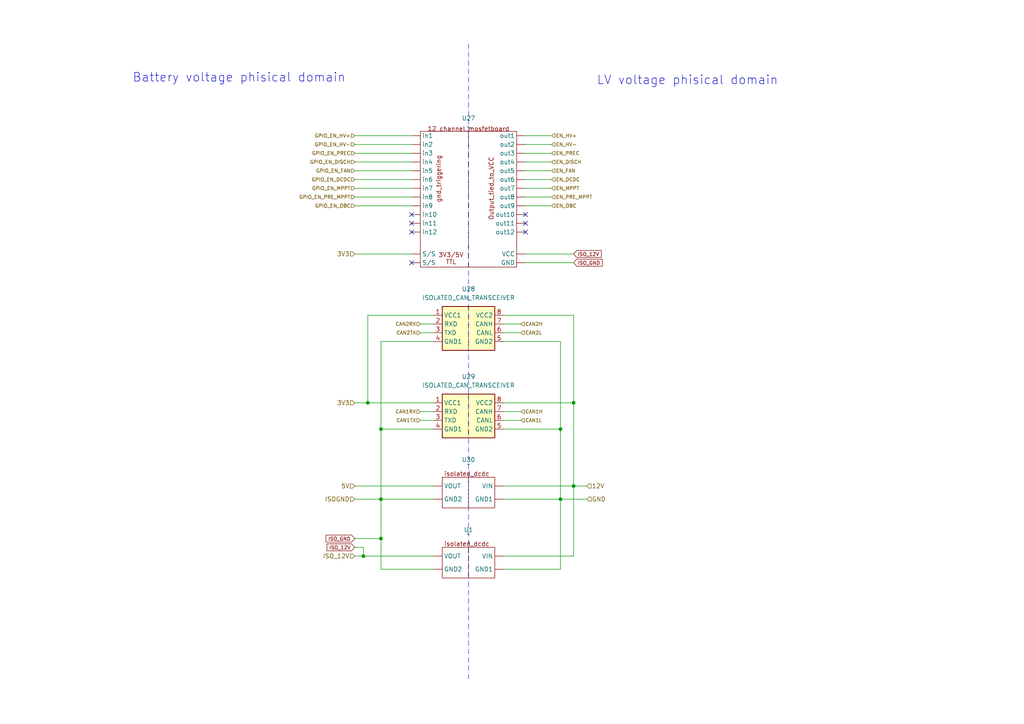
<source format=kicad_sch>
(kicad_sch (version 20250114) (generator "eeschema") (generator_version "9.0")
  (paper "A4")
  (title_block (title "Voltage Isolation") (date "2025-09-20") (rev "6.0"))
  (lib_symbols
    (symbol "12Ch_PNP_PNP_2"
      (property "Reference" "U" (at 0 30.48 0))
      (symbol "12Ch_PNP_PNP_2_0_1"
        (rectangle (start -13.97 27.94) (end 13.97 -11.43))
        (polyline (pts (xy 0 27.94) (xy 0 -11.43)) (stroke (width 0) (type dash_dot)))
      )
      (symbol "12Ch_PNP_PNP_2_1_1"
        (text "gnd_triggering" (at -8.636 14.224 900) (effects (font (size 1.27 1.27))))
        (text "3V3/5V\nTTL" (at -5.08 -8.89 0) (effects (font (size 1.27 1.27))))
        (text "12_channel_mosfetboard" (at 0 28.702 0) (effects (font (size 1.27 1.27))))
        (text "Output_tied_to_VCC" (at 6.604 11.43 900) (effects (font (size 1.27 1.27))))
        (pin input line (at -16.51 26.67 0) (length 2.54) (name "in1") (number ""))
        (pin input line (at -16.51 24.13 0) (length 2.54) (name "in2") (number ""))
        (pin input line (at -16.51 21.59 0) (length 2.54) (name "in3") (number ""))
        (pin input line (at -16.51 19.05 0) (length 2.54) (name "in4") (number ""))
        (pin input line (at -16.51 16.51 0) (length 2.54) (name "in5") (number ""))
        (pin input line (at -16.51 13.97 0) (length 2.54) (name "in6") (number ""))
        (pin input line (at -16.51 11.43 0) (length 2.54) (name "in7") (number ""))
        (pin input line (at -16.51 8.89 0) (length 2.54) (name "in8") (number ""))
        (pin input line (at -16.51 6.35 0) (length 2.54) (name "in9") (number ""))
        (pin input line (at -16.51 3.81 0) (length 2.54) (name "in10") (number ""))
        (pin input line (at -16.51 1.27 0) (length 2.54) (name "in11") (number ""))
        (pin input line (at -16.51 -1.27 0) (length 2.54) (name "in12") (number ""))
        (pin input line (at -16.51 -7.62 0) (length 2.54) (name "S/S") (number ""))
        (pin input line (at -16.51 -10.16 0) (length 2.54) (name "S/S") (number ""))
        (pin power_out line (at 16.51 26.67 180) (length 2.54) (name "out1") (number ""))
        (pin power_out line (at 16.51 24.13 180) (length 2.54) (name "out2") (number ""))
        (pin power_out line (at 16.51 21.59 180) (length 2.54) (name "out3") (number ""))
        (pin power_out line (at 16.51 19.05 180) (length 2.54) (name "out4") (number ""))
        (pin power_out line (at 16.51 16.51 180) (length 2.54) (name "out5") (number ""))
        (pin power_out line (at 16.51 13.97 180) (length 2.54) (name "out6") (number ""))
        (pin power_out line (at 16.51 11.43 180) (length 2.54) (name "out7") (number ""))
        (pin power_out line (at 16.51 8.89 180) (length 2.54) (name "out8") (number ""))
        (pin power_out line (at 16.51 6.35 180) (length 2.54) (name "out9") (number ""))
        (pin power_out line (at 16.51 3.81 180) (length 2.54) (name "out10") (number ""))
        (pin power_out line (at 16.51 1.27 180) (length 2.54) (name "out11") (number ""))
        (pin power_out line (at 16.51 -1.27 180) (length 2.54) (name "out12") (number ""))
        (pin input line (at 16.51 -7.62 180) (length 2.54) (name "VCC") (number ""))
        (pin input line (at 16.51 -10.16 180) (length 2.54) (name "GND") (number ""))
      )
    )
    (symbol "ArchimedeSRL:ISO_DCDC"
      (property "Reference" "U" (at 0.254 5.588 0))
      (symbol "ISO_DCDC_0_1"
        (rectangle (start -7.62 2.54) (end 7.62 -6.35))
      )
      (symbol "ISO_DCDC_1_1"
        (polyline (pts (xy 0 2.54) (xy 0 -6.35)) (stroke (width 0) (type dash)))
        (text "isolated_dcdc" (at -0.508 3.556 0) (effects (font (size 1.27 1.27))))
        (pin input line (at -10.16 0 0) (length 2.54) (name "VOUT") (number ""))
        (pin input line (at -10.16 -3.81 0) (length 2.54) (name "GND2") (number ""))
        (pin input line (at 10.16 0 180) (length 2.54) (name "VIN") (number ""))
        (pin input line (at 10.16 -3.81 180) (length 2.54) (name "GND1") (number ""))
      )
    )
    (symbol "ISO_DCDC_1"
      (property "Reference" "U" (at 0.254 5.588 0))
      (symbol "ISO_DCDC_1_0_1"
        (rectangle (start -7.62 2.54) (end 7.62 -6.35))
      )
      (symbol "ISO_DCDC_1_1_1"
        (polyline (pts (xy 0 2.54) (xy 0 -6.35)) (stroke (width 0) (type dash)))
        (text "isolated_dcdc" (at -0.508 3.556 0) (effects (font (size 1.27 1.27))))
        (pin input line (at -10.16 0 0) (length 2.54) (name "VOUT") (number ""))
        (pin input line (at -10.16 -3.81 0) (length 2.54) (name "GND2") (number ""))
        (pin input line (at 10.16 0 180) (length 2.54) (name "VIN") (number ""))
        (pin input line (at 10.16 -3.81 180) (length 2.54) (name "GND1") (number ""))
      )
    )
    (symbol "Interface_CAN_LIN:ISO1050DUB"
      (property "Reference" "U" (at -6.35 6.35 0))
      (property "Value" "ISO1050DUB" (at 2.54 6.35 0))
      (symbol "ISO1050DUB_0_1"
        (rectangle (start -7.62 5.08) (end 7.62 -7.62) (stroke (width 0.254)) (fill (type background)))
        (polyline (pts (xy 0 5.08) (xy 0 3.81)))
        (polyline (pts (xy 0 2.54) (xy 0 1.27)))
        (polyline (pts (xy 0 0) (xy 0 -1.27)))
        (polyline (pts (xy 0 -2.54) (xy 0 -3.81)))
        (polyline (pts (xy 0 -5.08) (xy 0 -6.35)))
      )
      (symbol "ISO1050DUB_1_1"
        (pin power_in line (at -10.16 2.54 0) (length 2.54) (name "VCC1") (number "1"))
        (pin output line (at -10.16 0 0) (length 2.54) (name "RXD") (number "2"))
        (pin input line (at -10.16 -2.54 0) (length 2.54) (name "TXD") (number "3"))
        (pin power_in line (at -10.16 -5.08 0) (length 2.54) (name "GND1") (number "4"))
        (pin power_in line (at 10.16 2.54 180) (length 2.54) (name "VCC2") (number "8"))
        (pin bidirectional line (at 10.16 0 180) (length 2.54) (name "CANH") (number "7"))
        (pin bidirectional line (at 10.16 -2.54 180) (length 2.54) (name "CANL") (number "6"))
        (pin power_in line (at 10.16 -5.08 180) (length 2.54) (name "GND2") (number "5"))
      )
    )
  )
  (text "Battery voltage phisical domain" (at 69.342 22.606 0) (effects (font (size 2.54 2.54))))
  (text "LV voltage phisical domain" (at 199.39 23.368 0) (effects (font (size 2.54 2.54))))
  (junction (at 105.41 161.29))
  (junction (at 110.49 156.21))
  (junction (at 110.49 144.78))
  (junction (at 162.56 124.46))
  (junction (at 110.49 124.46))
  (junction (at 166.37 116.84))
  (junction (at 166.37 140.97))
  (junction (at 106.68 116.84))
  (junction (at 162.56 144.78))
  (no_connect (at 119.38 76.2))
  (no_connect (at 152.4 64.77))
  (no_connect (at 119.38 67.31))
  (no_connect (at 152.4 67.31))
  (no_connect (at 119.38 62.23))
  (no_connect (at 152.4 62.23))
  (no_connect (at 119.38 64.77))
  (wire (pts (xy 121.92 119.38) (xy 125.73 119.38)))
  (wire (pts (xy 160.02 54.61) (xy 152.4 54.61)))
  (wire (pts (xy 125.73 91.44) (xy 106.68 91.44)))
  (wire (pts (xy 146.05 165.1) (xy 162.56 165.1)))
  (wire (pts (xy 160.02 49.53) (xy 152.4 49.53)))
  (wire (pts (xy 162.56 165.1) (xy 162.56 144.78)))
  (wire (pts (xy 121.92 96.52) (xy 125.73 96.52)))
  (wire (pts (xy 166.37 161.29) (xy 166.37 140.97)))
  (wire (pts (xy 102.87 49.53) (xy 119.38 49.53)))
  (wire (pts (xy 146.05 161.29) (xy 166.37 161.29)))
  (wire (pts (xy 102.87 59.69) (xy 119.38 59.69)))
  (wire (pts (xy 102.87 140.97) (xy 125.73 140.97)))
  (wire (pts (xy 105.41 161.29) (xy 125.73 161.29)))
  (wire (pts (xy 151.13 121.92) (xy 146.05 121.92)))
  (wire (pts (xy 119.38 46.99) (xy 102.87 46.99)))
  (wire (pts (xy 160.02 46.99) (xy 152.4 46.99)))
  (wire (pts (xy 102.87 158.75) (xy 105.41 158.75)))
  (wire (pts (xy 166.37 140.97) (xy 170.18 140.97)))
  (wire (pts (xy 102.87 39.37) (xy 119.38 39.37)))
  (polyline (pts (xy 135.89 12.7) (xy 135.89 196.85)) (stroke (width 0.127) (type dash_dot) (color 0 0 194 1)))
  (wire (pts (xy 110.49 124.46) (xy 110.49 144.78)))
  (wire (pts (xy 160.02 57.15) (xy 152.4 57.15)))
  (wire (pts (xy 119.38 57.15) (xy 102.87 57.15)))
  (wire (pts (xy 102.87 161.29) (xy 105.41 161.29)))
  (wire (pts (xy 160.02 41.91) (xy 152.4 41.91)))
  (wire (pts (xy 146.05 140.97) (xy 166.37 140.97)))
  (wire (pts (xy 110.49 144.78) (xy 125.73 144.78)))
  (wire (pts (xy 119.38 41.91) (xy 102.87 41.91)))
  (wire (pts (xy 110.49 99.06) (xy 110.49 124.46)))
  (wire (pts (xy 102.87 44.45) (xy 119.38 44.45)))
  (wire (pts (xy 110.49 165.1) (xy 110.49 156.21)))
  (wire (pts (xy 125.73 165.1) (xy 110.49 165.1)))
  (wire (pts (xy 121.92 93.98) (xy 125.73 93.98)))
  (wire (pts (xy 102.87 116.84) (xy 106.68 116.84)))
  (wire (pts (xy 125.73 124.46) (xy 110.49 124.46)))
  (wire (pts (xy 162.56 144.78) (xy 162.56 124.46)))
  (wire (pts (xy 160.02 52.07) (xy 152.4 52.07)))
  (wire (pts (xy 166.37 91.44) (xy 146.05 91.44)))
  (wire (pts (xy 106.68 116.84) (xy 125.73 116.84)))
  (wire (pts (xy 160.02 59.69) (xy 152.4 59.69)))
  (wire (pts (xy 162.56 144.78) (xy 170.18 144.78)))
  (wire (pts (xy 151.13 93.98) (xy 146.05 93.98)))
  (wire (pts (xy 166.37 116.84) (xy 146.05 116.84)))
  (wire (pts (xy 146.05 99.06) (xy 162.56 99.06)))
  (wire (pts (xy 166.37 76.2) (xy 152.4 76.2)))
  (wire (pts (xy 102.87 156.21) (xy 110.49 156.21)))
  (wire (pts (xy 146.05 144.78) (xy 162.56 144.78)))
  (wire (pts (xy 102.87 144.78) (xy 110.49 144.78)))
  (wire (pts (xy 102.87 54.61) (xy 119.38 54.61)))
  (wire (pts (xy 106.68 91.44) (xy 106.68 116.84)))
  (wire (pts (xy 151.13 119.38) (xy 146.05 119.38)))
  (wire (pts (xy 166.37 116.84) (xy 166.37 91.44)))
  (wire (pts (xy 119.38 52.07) (xy 102.87 52.07)))
  (wire (pts (xy 151.13 96.52) (xy 146.05 96.52)))
  (wire (pts (xy 160.02 39.37) (xy 152.4 39.37)))
  (wire (pts (xy 166.37 140.97) (xy 166.37 116.84)))
  (wire (pts (xy 162.56 99.06) (xy 162.56 124.46)))
  (wire (pts (xy 125.73 99.06) (xy 110.49 99.06)))
  (wire (pts (xy 110.49 156.21) (xy 110.49 144.78)))
  (wire (pts (xy 162.56 124.46) (xy 146.05 124.46)))
  (wire (pts (xy 102.87 73.66) (xy 119.38 73.66)))
  (wire (pts (xy 166.37 73.66) (xy 152.4 73.66)))
  (wire (pts (xy 160.02 44.45) (xy 152.4 44.45)))
  (wire (pts (xy 105.41 158.75) (xy 105.41 161.29)))
  (wire (pts (xy 121.92 121.92) (xy 125.73 121.92)))
  (global_label "ISO_12V" (shape input) (at 166.37 73.66 0) (effects (font (size 1.016 1.016))) (property "Intersheetrefs" "${INTERSHEET_REFS}" (effects (hide yes))))
  (global_label "ISO_12V" (shape input) (at 102.87 158.75 180) (effects (font (size 1.016 1.016))) (property "Intersheetrefs" "${INTERSHEET_REFS}" (effects (hide yes))))
  (global_label "ISO_GND" (shape input) (at 166.37 76.2 0) (effects (font (size 1.016 1.016))) (property "Intersheetrefs" "${INTERSHEET_REFS}" (effects (hide yes))))
  (global_label "ISO_GND" (shape input) (at 102.87 156.21 180) (effects (font (size 1.016 1.016))) (property "Intersheetrefs" "${INTERSHEET_REFS}" (effects (hide yes))))
  (hierarchical_label "EN_OBC" (shape input) (at 160.02 59.69 0) (effects (font (size 1.016 1.016))))
  (hierarchical_label "CAN1L" (shape input) (at 151.13 121.92 0) (effects (font (size 1.016 1.016))))
  (hierarchical_label "GPIO_EN_HV+" (shape input) (at 102.87 39.37 180) (effects (font (size 1.016 1.016))))
  (hierarchical_label "5V" (shape input) (at 102.87 140.97 180))
  (hierarchical_label "CAN2RX" (shape input) (at 121.92 93.98 180) (effects (font (size 1.016 1.016))))
  (hierarchical_label "GPIO_EN_FAN" (shape input) (at 102.87 49.53 180) (effects (font (size 1.016 1.016))))
  (hierarchical_label "CAN1RX" (shape input) (at 121.92 119.38 180) (effects (font (size 1.016 1.016))))
  (hierarchical_label "EN_HV-" (shape input) (at 160.02 41.91 0) (effects (font (size 1.016 1.016))))
  (hierarchical_label "EN_FAN" (shape input) (at 160.02 49.53 0) (effects (font (size 1.016 1.016))))
  (hierarchical_label "3V3" (shape input) (at 102.87 116.84 180))
  (hierarchical_label "EN_PREC" (shape input) (at 160.02 44.45 0) (effects (font (size 1.016 1.016))))
  (hierarchical_label "EN_DISCH" (shape input) (at 160.02 46.99 0) (effects (font (size 1.016 1.016))))
  (hierarchical_label "CAN2H" (shape input) (at 151.13 93.98 0) (effects (font (size 1.016 1.016))))
  (hierarchical_label "GND" (shape input) (at 170.18 144.78 0))
  (hierarchical_label "EN_PRE_MPPT" (shape input) (at 160.02 57.15 0) (effects (font (size 1.016 1.016))))
  (hierarchical_label "GPIO_EN_OBC" (shape input) (at 102.87 59.69 180) (effects (font (size 1.016 1.016))))
  (hierarchical_label "3V3" (shape input) (at 102.87 73.66 180))
  (hierarchical_label "CAN2TX" (shape input) (at 121.92 96.52 180) (effects (font (size 1.016 1.016))))
  (hierarchical_label "12V" (shape input) (at 170.18 140.97 0))
  (hierarchical_label "EN_DCDC" (shape input) (at 160.02 52.07 0) (effects (font (size 1.016 1.016))))
  (hierarchical_label "ISOGND" (shape input) (at 102.87 144.78 180))
  (hierarchical_label "ISO_12V" (shape input) (at 102.87 161.29 180))
  (hierarchical_label "EN_MPPT" (shape input) (at 160.02 54.61 0) (effects (font (size 1.016 1.016))))
  (hierarchical_label "CAN2L" (shape input) (at 151.13 96.52 0) (effects (font (size 1.016 1.016))))
  (hierarchical_label "GPIO_EN_PREC" (shape input) (at 102.87 44.45 180) (effects (font (size 1.016 1.016))))
  (hierarchical_label "CAN1TX" (shape input) (at 121.92 121.92 180) (effects (font (size 1.016 1.016))))
  (hierarchical_label "GPIO_EN_HV-" (shape input) (at 102.87 41.91 180) (effects (font (size 1.016 1.016))))
  (hierarchical_label "GPIO_EN_PRE_MPPT" (shape input) (at 102.87 57.15 180) (effects (font (size 1.016 1.016))))
  (hierarchical_label "GPIO_EN_DCDC" (shape input) (at 102.87 52.07 180) (effects (font (size 1.016 1.016))))
  (hierarchical_label "GPIO_EN_MPPT" (shape input) (at 102.87 54.61 180) (effects (font (size 1.016 1.016))))
  (hierarchical_label "CAN1H" (shape input) (at 151.13 119.38 0) (effects (font (size 1.016 1.016))))
  (hierarchical_label "EN_HV+" (shape input) (at 160.02 39.37 0) (effects (font (size 1.016 1.016))))
  (hierarchical_label "GPIO_EN_DISCH" (shape input) (at 102.87 46.99 180) (effects (font (size 1.016 1.016))))
  (symbol (lib_name "ISO_DCDC_1") (lib_id "ArchimedeSRL:ISO_DCDC") (at 135.89 161.29 0) (unit 1)
    (property "Reference" "U1" (at 135.89 153.67 0))
    (property "Value" "~" (at 135.89 154.94 0))
  )
  (symbol (lib_id "Interface_CAN_LIN:ISO1050DUB") (at 135.89 119.38 0) (unit 1)
    (property "Reference" "U29" (at 135.89 109.22 0))
    (property "Value" "ISOLATED_CAN_TRANSCEIVER" (at 135.89 111.76 0))
    (property "Footprint" "Package_SO:SOP-8_6.62x9.15mm_P2.54mm" (effects (hide yes)))
    (property "Datasheet" "http://www.ti.com/lit/ds/symlink/iso1050.pdf" (effects (hide yes)))
    (property "Description" "Isolated CAN Transceiver, SOP-8" (effects (hide yes)))
  )
  (symbol (lib_id "Interface_CAN_LIN:ISO1050DUB") (at 135.89 93.98 0) (unit 1)
    (property "Reference" "U28" (at 135.89 83.82 0))
    (property "Value" "ISOLATED_CAN_TRANSCEIVER" (at 135.89 86.36 0))
    (property "Footprint" "Package_SO:SOP-8_6.62x9.15mm_P2.54mm" (effects (hide yes)))
    (property "Datasheet" "http://www.ti.com/lit/ds/symlink/iso1050.pdf" (effects (hide yes)))
    (property "Description" "Isolated CAN Transceiver, SOP-8" (effects (hide yes)))
  )
  (symbol (lib_name "12Ch_PNP_PNP_2") (lib_id "ArchimedeSRL:12Ch_PNP_PNP") (at 135.89 66.04 0) (unit 1)
    (property "Reference" "U27" (at 135.89 34.29 0))
    (property "Value" "~" (at 135.89 36.83 0))
  )
  (symbol (lib_id "ArchimedeSRL:ISO_DCDC") (at 135.89 140.97 0) (unit 1)
    (property "Reference" "U30" (at 135.89 133.35 0))
    (property "Value" "~" (at 135.89 134.62 0))
  )
)
</source>
